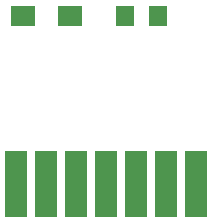
<source format=gtp>
%TF.GenerationSoftware,KiCad,Pcbnew,4.0.2+dfsg1-stable*%
%TF.CreationDate,2019-04-18T09:25:44+02:00*%
%TF.ProjectId,ECI-Breakout,4543492D427265616B6F75742E6B6963,rev?*%
%TF.FileFunction,Paste,Top*%
%FSLAX46Y46*%
G04 Gerber Fmt 4.6, Leading zero omitted, Abs format (unit mm)*
G04 Created by KiCad (PCBNEW 4.0.2+dfsg1-stable) date gio 18 apr 2019 09:25:44 CEST*
%MOMM*%
G01*
G04 APERTURE LIST*
%ADD10C,0.100000*%
%ADD11R,1.597660X1.800860*%
%ADD12R,1.930400X5.588000*%
%ADD13R,2.000000X1.700000*%
G04 APERTURE END LIST*
D10*
D11*
X133580140Y-101000000D03*
X136419860Y-101000000D03*
D12*
X139672000Y-115190000D03*
X137132000Y-115190000D03*
X134592000Y-115190000D03*
X132052000Y-115190000D03*
X129512000Y-115190000D03*
X126972000Y-115190000D03*
X124432000Y-115190000D03*
D13*
X125000000Y-101000000D03*
X129000000Y-101000000D03*
M02*

</source>
